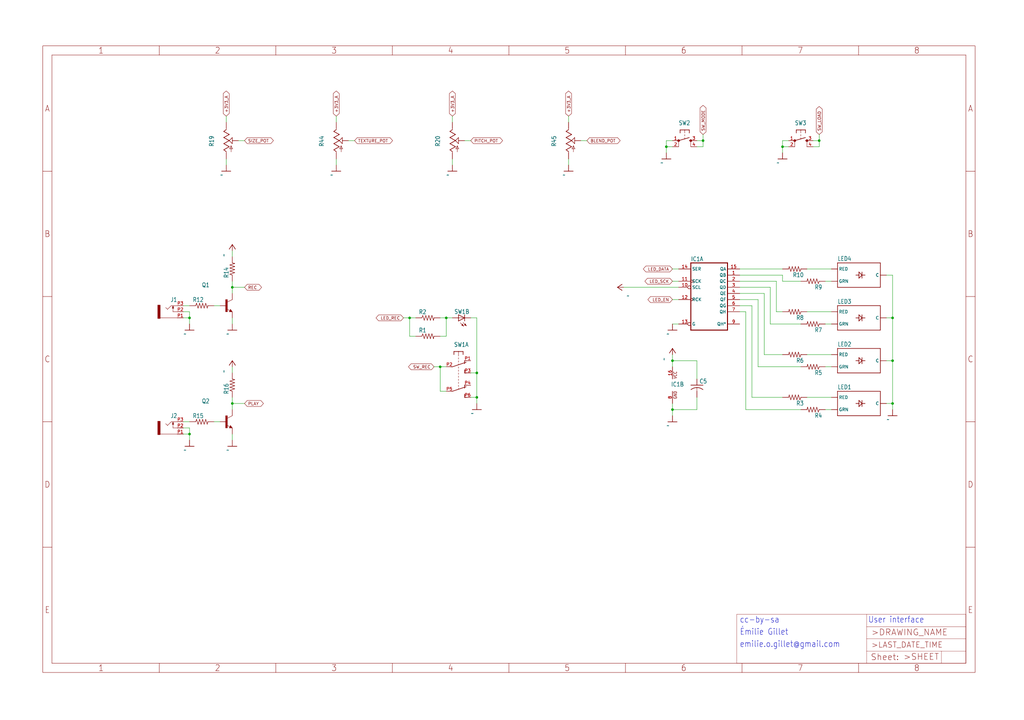
<source format=kicad_sch>
(kicad_sch (version 20211123) (generator eeschema)
  (paper "User" 425.45 299.161)
  (lib_symbols
    (symbol "clouds_v30-eagle-import:+3V3" (power)
      (property "Value" "+3V3" (at -2.54 -5.08 90))
      (symbol "+3V3_1_0"
        (polyline (pts (xy 0 0) (xy -1.27 -1.905)) (stroke (width 0.254)))
        (polyline (pts (xy 1.27 -1.905) (xy 0 0)) (stroke (width 0.254)))
        (pin power_in line (at 0 -2.54 90) (length 2.54) (name "+3V3") (number "1"))
      )
    )
    (symbol "clouds_v30-eagle-import:-NPN-SOT23-BEC"
      (property "Reference" "T" (at -10.16 7.62 0))
      (property "Value" "-NPN-SOT23-BEC" (at -10.16 5.08 0))
      (symbol "-NPN-SOT23-BEC_1_0"
        (rectangle (start -0.254 -2.54) (end 0.508 2.54) (fill (type outline)))
        (polyline (pts (xy 1.27 -2.54) (xy 1.778 -1.524)) (stroke (width 0.1524)))
        (polyline (pts (xy 1.524 -2.413) (xy 2.286 -2.413)) (stroke (width 0.254)))
        (polyline (pts (xy 1.524 -2.286) (xy 1.905 -2.286)) (stroke (width 0.254)))
        (polyline (pts (xy 1.54 -2.04) (xy 0.308 -1.424)) (stroke (width 0.1524)))
        (polyline (pts (xy 1.778 -1.778) (xy 1.524 -2.286)) (stroke (width 0.254)))
        (polyline (pts (xy 1.778 -1.524) (xy 2.54 -2.54)) (stroke (width 0.1524)))
        (polyline (pts (xy 1.905 -2.286) (xy 1.778 -2.032)) (stroke (width 0.254)))
        (polyline (pts (xy 2.286 -2.413) (xy 1.778 -1.778)) (stroke (width 0.254)))
        (polyline (pts (xy 2.54 -2.54) (xy 1.27 -2.54)) (stroke (width 0.1524)))
        (polyline (pts (xy 2.54 2.54) (xy 0.508 1.524)) (stroke (width 0.1524)))
        (pin passive line (at -2.54 0 0) (length 2.54) (name "B") (number "B"))
        (pin passive line (at 2.54 5.08 270) (length 2.54) (name "C") (number "C"))
        (pin passive line (at 2.54 -5.08 90) (length 2.54) (name "E") (number "E"))
      )
    )
    (symbol "clouds_v30-eagle-import:74595D"
      (property "Reference" "IC" (at -0.635 -0.635 0))
      (symbol "74595D_1_0"
        (polyline (pts (xy -7.62 -15.24) (xy 7.62 -15.24)) (stroke (width 0.4064)))
        (polyline (pts (xy -7.62 12.7) (xy -7.62 -15.24)) (stroke (width 0.4064)))
        (polyline (pts (xy 7.62 -15.24) (xy 7.62 12.7)) (stroke (width 0.4064)))
        (polyline (pts (xy 7.62 12.7) (xy -7.62 12.7)) (stroke (width 0.4064)))
        (pin tri_state line (at 12.7 7.62 180) (length 5.08) (name "QB") (number "1"))
        (pin input inverted (at -12.7 2.54 0) (length 5.08) (name "SCL") (number "10"))
        (pin input clock (at -12.7 5.08 0) (length 5.08) (name "SCK") (number "11"))
        (pin input clock (at -12.7 -2.54 0) (length 5.08) (name "RCK") (number "12"))
        (pin input inverted (at -12.7 -12.7 0) (length 5.08) (name "G") (number "13"))
        (pin input line (at -12.7 10.16 0) (length 5.08) (name "SER") (number "14"))
        (pin tri_state line (at 12.7 10.16 180) (length 5.08) (name "QA") (number "15"))
        (pin tri_state line (at 12.7 5.08 180) (length 5.08) (name "QC") (number "2"))
        (pin tri_state line (at 12.7 2.54 180) (length 5.08) (name "QD") (number "3"))
        (pin tri_state line (at 12.7 0 180) (length 5.08) (name "QE") (number "4"))
        (pin tri_state line (at 12.7 -2.54 180) (length 5.08) (name "QF") (number "5"))
        (pin tri_state line (at 12.7 -5.08 180) (length 5.08) (name "QG") (number "6"))
        (pin tri_state line (at 12.7 -7.62 180) (length 5.08) (name "QH") (number "7"))
        (pin tri_state line (at 12.7 -12.7 180) (length 5.08) (name "QH*") (number "9"))
      )
      (symbol "74595D_2_0"
        (text "GND" (at 1.905 -5.842 900) (effects (font (size 1.27 1.0795)) (justify left bottom)))
        (text "VCC" (at 1.905 2.54 900) (effects (font (size 1.27 1.0795)) (justify left bottom)))
        (pin power_in line (at 0 7.62 270) (length 5.08) (name "VCC") (number "16"))
        (pin power_in line (at 0 -7.62 90) (length 5.08) (name "GND") (number "8"))
      )
    )
    (symbol "clouds_v30-eagle-import:A3L-LOC"
      (symbol "A3L-LOC_1_0"
        (polyline (pts (xy 0 52.07) (xy 3.81 52.07)))
        (polyline (pts (xy 0 104.14) (xy 3.81 104.14)))
        (polyline (pts (xy 0 156.21) (xy 3.81 156.21)))
        (polyline (pts (xy 0 208.28) (xy 3.81 208.28)))
        (polyline (pts (xy 3.81 3.81) (xy 3.81 256.54)))
        (polyline (pts (xy 48.4188 0) (xy 48.4188 3.81)))
        (polyline (pts (xy 48.4188 256.54) (xy 48.4188 260.35)))
        (polyline (pts (xy 96.8375 0) (xy 96.8375 3.81)))
        (polyline (pts (xy 96.8375 256.54) (xy 96.8375 260.35)))
        (polyline (pts (xy 145.2563 0) (xy 145.2563 3.81)))
        (polyline (pts (xy 145.2563 256.54) (xy 145.2563 260.35)))
        (polyline (pts (xy 193.675 0) (xy 193.675 3.81)))
        (polyline (pts (xy 193.675 256.54) (xy 193.675 260.35)))
        (polyline (pts (xy 242.0938 0) (xy 242.0938 3.81)))
        (polyline (pts (xy 242.0938 256.54) (xy 242.0938 260.35)))
        (polyline (pts (xy 288.29 3.81) (xy 288.29 24.13)) (stroke (width 0.1016)))
        (polyline (pts (xy 288.29 3.81) (xy 342.265 3.81)) (stroke (width 0.1016)))
        (polyline (pts (xy 288.29 24.13) (xy 342.265 24.13)) (stroke (width 0.1016)))
        (polyline (pts (xy 290.5125 0) (xy 290.5125 3.81)))
        (polyline (pts (xy 290.5125 256.54) (xy 290.5125 260.35)))
        (polyline (pts (xy 338.9313 0) (xy 338.9313 3.81)))
        (polyline (pts (xy 338.9313 256.54) (xy 338.9313 260.35)))
        (polyline (pts (xy 342.265 3.81) (xy 373.38 3.81)) (stroke (width 0.1016)))
        (polyline (pts (xy 342.265 8.89) (xy 342.265 3.81)) (stroke (width 0.1016)))
        (polyline (pts (xy 342.265 8.89) (xy 342.265 13.97)) (stroke (width 0.1016)))
        (polyline (pts (xy 342.265 13.97) (xy 342.265 19.05)) (stroke (width 0.1016)))
        (polyline (pts (xy 342.265 13.97) (xy 383.54 13.97)) (stroke (width 0.1016)))
        (polyline (pts (xy 342.265 19.05) (xy 342.265 24.13)) (stroke (width 0.1016)))
        (polyline (pts (xy 342.265 19.05) (xy 383.54 19.05)) (stroke (width 0.1016)))
        (polyline (pts (xy 342.265 24.13) (xy 383.54 24.13)) (stroke (width 0.1016)))
        (polyline (pts (xy 373.38 3.81) (xy 373.38 8.89)) (stroke (width 0.1016)))
        (polyline (pts (xy 373.38 3.81) (xy 383.54 3.81)) (stroke (width 0.1016)))
        (polyline (pts (xy 373.38 8.89) (xy 342.265 8.89)) (stroke (width 0.1016)))
        (polyline (pts (xy 373.38 8.89) (xy 383.54 8.89)) (stroke (width 0.1016)))
        (polyline (pts (xy 383.54 3.81) (xy 3.81 3.81)))
        (polyline (pts (xy 383.54 3.81) (xy 383.54 8.89)) (stroke (width 0.1016)))
        (polyline (pts (xy 383.54 3.81) (xy 383.54 256.54)))
        (polyline (pts (xy 383.54 8.89) (xy 383.54 13.97)) (stroke (width 0.1016)))
        (polyline (pts (xy 383.54 13.97) (xy 383.54 19.05)) (stroke (width 0.1016)))
        (polyline (pts (xy 383.54 19.05) (xy 383.54 24.13)) (stroke (width 0.1016)))
        (polyline (pts (xy 383.54 52.07) (xy 387.35 52.07)))
        (polyline (pts (xy 383.54 104.14) (xy 387.35 104.14)))
        (polyline (pts (xy 383.54 156.21) (xy 387.35 156.21)))
        (polyline (pts (xy 383.54 208.28) (xy 387.35 208.28)))
        (polyline (pts (xy 383.54 256.54) (xy 3.81 256.54)))
        (polyline (pts (xy 0 0) (xy 387.35 0) (xy 387.35 260.35) (xy 0 260.35) (xy 0 0)))
        (text "1" (at 24.2094 1.905 0) (effects (font (size 2.54 2.286))))
        (text "1" (at 24.2094 258.445 0) (effects (font (size 2.54 2.286))))
        (text "2" (at 72.6281 1.905 0) (effects (font (size 2.54 2.286))))
        (text "2" (at 72.6281 258.445 0) (effects (font (size 2.54 2.286))))
        (text "3" (at 121.0469 1.905 0) (effects (font (size 2.54 2.286))))
        (text "3" (at 121.0469 258.445 0) (effects (font (size 2.54 2.286))))
        (text "4" (at 169.4656 1.905 0) (effects (font (size 2.54 2.286))))
        (text "4" (at 169.4656 258.445 0) (effects (font (size 2.54 2.286))))
        (text "5" (at 217.8844 1.905 0) (effects (font (size 2.54 2.286))))
        (text "5" (at 217.8844 258.445 0) (effects (font (size 2.54 2.286))))
        (text "6" (at 266.3031 1.905 0) (effects (font (size 2.54 2.286))))
        (text "6" (at 266.3031 258.445 0) (effects (font (size 2.54 2.286))))
        (text "7" (at 314.7219 1.905 0) (effects (font (size 2.54 2.286))))
        (text "7" (at 314.7219 258.445 0) (effects (font (size 2.54 2.286))))
        (text "8" (at 363.1406 1.905 0) (effects (font (size 2.54 2.286))))
        (text "8" (at 363.1406 258.445 0) (effects (font (size 2.54 2.286))))
        (text ">DRAWING_NAME" (at 344.17 15.24 0) (effects (font (size 2.54 2.54)) (justify left bottom)))
        (text ">LAST_DATE_TIME" (at 344.17 10.16 0) (effects (font (size 2.286 2.286)) (justify left bottom)))
        (text ">SHEET" (at 357.505 5.08 0) (effects (font (size 2.54 2.54)) (justify left bottom)))
        (text "A" (at 1.905 234.315 0) (effects (font (size 2.54 2.286))))
        (text "A" (at 385.445 234.315 0) (effects (font (size 2.54 2.286))))
        (text "B" (at 1.905 182.245 0) (effects (font (size 2.54 2.286))))
        (text "B" (at 385.445 182.245 0) (effects (font (size 2.54 2.286))))
        (text "C" (at 1.905 130.175 0) (effects (font (size 2.54 2.286))))
        (text "C" (at 385.445 130.175 0) (effects (font (size 2.54 2.286))))
        (text "D" (at 1.905 78.105 0) (effects (font (size 2.54 2.286))))
        (text "D" (at 385.445 78.105 0) (effects (font (size 2.54 2.286))))
        (text "E" (at 1.905 26.035 0) (effects (font (size 2.54 2.286))))
        (text "E" (at 385.445 26.035 0) (effects (font (size 2.54 2.286))))
        (text "Sheet:" (at 343.916 4.953 0) (effects (font (size 2.54 2.54)) (justify left bottom)))
      )
    )
    (symbol "clouds_v30-eagle-import:C-USC0603"
      (property "Reference" "C" (at 1.016 0.635 0))
      (property "Value" "C-USC0603" (at 1.016 -4.191 0))
      (symbol "C-USC0603_1_0"
        (arc (start 0 -1.0161) (mid -1.302 -1.2303) (end -2.4668 -1.8504) (stroke (width 0.254)))
        (polyline (pts (xy -2.54 0) (xy 2.54 0)) (stroke (width 0.254)))
        (polyline (pts (xy 0 -1.016) (xy 0 -2.54)) (stroke (width 0.1524)))
        (arc (start 2.4892 -1.8542) (mid 1.3158 -1.2195) (end 0 -1) (stroke (width 0.254)))
        (pin passive line (at 0 2.54 270) (length 2.54) (name "1") (number "1"))
        (pin passive line (at 0 -5.08 90) (length 2.54) (name "2") (number "2"))
      )
    )
    (symbol "clouds_v30-eagle-import:GND" (power)
      (property "Value" "GND" (at -2.54 -2.54 0))
      (symbol "GND_1_0"
        (polyline (pts (xy -1.905 0) (xy 1.905 0)) (stroke (width 0.254)))
        (pin power_in line (at 0 2.54 270) (length 2.54) (name "GND") (number "1"))
      )
    )
    (symbol "clouds_v30-eagle-import:LED-BICOLOR-THROUGHHOLE5MM"
      (property "Reference" "LED" (at -7.62 5.842 0))
      (property "Value" "LED-BICOLOR-THROUGHHOLE5MM" (at -7.62 -7.62 0))
      (symbol "LED-BICOLOR-THROUGHHOLE5MM_1_0"
        (polyline (pts (xy -7.62 -5.08) (xy -7.62 5.08)) (stroke (width 0.254)))
        (polyline (pts (xy -7.62 5.08) (xy 10.16 5.08)) (stroke (width 0.254)))
        (polyline (pts (xy 1.27 -1.27) (xy 2.54 0)) (stroke (width 0.254)))
        (polyline (pts (xy 1.27 0) (xy 0 0)) (stroke (width 0.254)))
        (polyline (pts (xy 1.27 0) (xy 1.27 -1.27)) (stroke (width 0.254)))
        (polyline (pts (xy 1.27 1.27) (xy 1.27 0)) (stroke (width 0.254)))
        (polyline (pts (xy 2.54 0) (xy 1.27 1.27)) (stroke (width 0.254)))
        (polyline (pts (xy 2.54 0) (xy 2.54 -1.27)) (stroke (width 0.254)))
        (polyline (pts (xy 2.54 0) (xy 3.81 0)) (stroke (width 0.254)))
        (polyline (pts (xy 2.54 1.27) (xy 2.54 0)) (stroke (width 0.254)))
        (polyline (pts (xy 10.16 -5.08) (xy -7.62 -5.08)) (stroke (width 0.254)))
        (polyline (pts (xy 10.16 5.08) (xy 10.16 -5.08)) (stroke (width 0.254)))
        (pin bidirectional line (at -10.16 2.54 0) (length 2.54) (name "RED") (number "1"))
        (pin bidirectional line (at 12.7 0 180) (length 2.54) (name "C") (number "2"))
        (pin bidirectional line (at -10.16 -2.54 0) (length 2.54) (name "GRN") (number "3"))
      )
    )
    (symbol "clouds_v30-eagle-import:LP4OA1PBCT"
      (property "Reference" "SW" (at 3.556 -2.032 90))
      (property "Value" "LP4OA1PBCT" (at 5.715 -2.032 90))
      (symbol "LP4OA1PBCT_1_0"
        (polyline (pts (xy -6.35 -1.905) (xy -5.08 -1.905)) (stroke (width 0.254)))
        (polyline (pts (xy -6.35 0) (xy -6.35 -1.905)) (stroke (width 0.254)))
        (polyline (pts (xy -6.35 0) (xy -4.445 0)) (stroke (width 0.1524)))
        (polyline (pts (xy -6.35 1.905) (xy -6.35 0)) (stroke (width 0.254)))
        (polyline (pts (xy -6.35 1.905) (xy -5.08 1.905)) (stroke (width 0.254)))
        (polyline (pts (xy -3.175 0) (xy -3.81 0)) (stroke (width 0.1524)))
        (polyline (pts (xy -2.54 2.54) (xy -2.54 3.175)) (stroke (width 0.254)))
        (polyline (pts (xy -2.54 2.54) (xy -1.27 2.54)) (stroke (width 0.254)))
        (polyline (pts (xy -1.905 0) (xy -2.54 0)) (stroke (width 0.1524)))
        (polyline (pts (xy -0.889 0) (xy -1.27 0)) (stroke (width 0.1524)))
        (polyline (pts (xy 0 -3.175) (xy 0 -2.54)) (stroke (width 0.254)))
        (polyline (pts (xy 0 -2.54) (xy -1.905 3.175)) (stroke (width 0.254)))
        (polyline (pts (xy 0.635 0) (xy 0 0)) (stroke (width 0.1524)))
        (polyline (pts (xy 1.27 2.54) (xy 2.54 2.54)) (stroke (width 0.254)))
        (polyline (pts (xy 1.905 0) (xy 1.27 0)) (stroke (width 0.1524)))
        (polyline (pts (xy 2.54 2.54) (xy 2.54 3.175)) (stroke (width 0.254)))
        (polyline (pts (xy 3.175 0) (xy 2.54 0)) (stroke (width 0.1524)))
        (polyline (pts (xy 4.445 0) (xy 3.81 0)) (stroke (width 0.1524)))
        (polyline (pts (xy 5.715 0) (xy 5.08 0)) (stroke (width 0.1524)))
        (polyline (pts (xy 6.985 0) (xy 6.35 0)) (stroke (width 0.1524)))
        (polyline (pts (xy 7.62 2.54) (xy 7.62 3.175)) (stroke (width 0.254)))
        (polyline (pts (xy 7.62 2.54) (xy 8.89 2.54)) (stroke (width 0.254)))
        (polyline (pts (xy 8.255 0) (xy 7.62 0)) (stroke (width 0.1524)))
        (polyline (pts (xy 9.271 0) (xy 8.89 0)) (stroke (width 0.1524)))
        (polyline (pts (xy 10.16 -3.175) (xy 10.16 -2.54)) (stroke (width 0.254)))
        (polyline (pts (xy 10.16 -2.54) (xy 8.255 3.175)) (stroke (width 0.254)))
        (polyline (pts (xy 11.43 2.54) (xy 12.7 2.54)) (stroke (width 0.254)))
        (polyline (pts (xy 12.7 2.54) (xy 12.7 3.175)) (stroke (width 0.254)))
        (pin passive line (at -2.54 5.08 270) (length 2.54) (name "A1") (number "P1"))
        (pin passive line (at 0 -5.08 90) (length 2.54) (name "A2") (number "P2"))
        (pin passive line (at 2.54 5.08 270) (length 2.54) (name "A3") (number "P3"))
        (pin passive line (at 7.62 5.08 270) (length 2.54) (name "B1") (number "P4"))
        (pin passive line (at 10.16 -5.08 90) (length 2.54) (name "B2") (number "P5"))
        (pin passive line (at 12.7 5.08 270) (length 2.54) (name "B3") (number "P6"))
      )
      (symbol "LP4OA1PBCT_2_0"
        (polyline (pts (xy -2.032 1.778) (xy -3.429 0.381)) (stroke (width 0.1524)))
        (polyline (pts (xy -1.905 0.635) (xy -3.302 -0.762)) (stroke (width 0.1524)))
        (polyline (pts (xy 0 0) (xy -1.27 0)) (stroke (width 0.254)))
        (polyline (pts (xy 0 0) (xy -1.27 2.54)) (stroke (width 0.254)))
        (polyline (pts (xy 0 2.54) (xy -1.27 2.54)) (stroke (width 0.254)))
        (polyline (pts (xy 0 2.54) (xy 0 0)) (stroke (width 0.1524)))
        (polyline (pts (xy 1.27 0) (xy 0 0)) (stroke (width 0.254)))
        (polyline (pts (xy 1.27 2.54) (xy 0 0)) (stroke (width 0.254)))
        (polyline (pts (xy 1.27 2.54) (xy 0 2.54)) (stroke (width 0.254)))
        (polyline (pts (xy -3.429 0.381) (xy -3.048 1.27) (xy -2.54 0.762)) (fill (type outline)))
        (polyline (pts (xy -3.302 -0.762) (xy -2.921 0.127) (xy -2.413 -0.381)) (fill (type outline)))
        (pin passive line (at 0 5.08 270) (length 2.54) (name "L1") (number "L1"))
        (pin passive line (at 0 -2.54 90) (length 2.54) (name "L2") (number "L2"))
      )
    )
    (symbol "clouds_v30-eagle-import:PJ301_THONKICONN6"
      (property "Reference" "J" (at -2.54 4.064 0))
      (symbol "PJ301_THONKICONN6_1_0"
        (polyline (pts (xy -2.54 -2.54) (xy 4.572 -2.54)) (stroke (width 0.1524)))
        (polyline (pts (xy -2.54 0) (xy -0.762 0)) (stroke (width 0.1524)))
        (polyline (pts (xy -2.54 2.54) (xy 0 2.54)) (stroke (width 0.1524)))
        (polyline (pts (xy -1.016 1.524) (xy -0.508 1.524)) (stroke (width 0.254)))
        (polyline (pts (xy -0.762 0) (xy -0.762 2.286)) (stroke (width 0.1524)))
        (polyline (pts (xy -0.762 2.286) (xy -1.016 1.524)) (stroke (width 0.254)))
        (polyline (pts (xy -0.508 1.524) (xy -0.762 2.286)) (stroke (width 0.254)))
        (polyline (pts (xy 0 2.54) (xy 1.524 1.016)) (stroke (width 0.1524)))
        (polyline (pts (xy 1.524 1.016) (xy 2.286 1.778)) (stroke (width 0.1524)))
        (rectangle (start 4.572 2.794) (end 5.588 -2.794) (fill (type outline)))
        (pin passive line (at -5.08 -2.54 0) (length 2.54) (name "1") (number "P1"))
        (pin passive line (at -5.08 0 0) (length 2.54) (name "2") (number "P2"))
        (pin passive line (at -5.08 2.54 0) (length 2.54) (name "3") (number "P3"))
      )
    )
    (symbol "clouds_v30-eagle-import:POT_USVERTICAL_PS"
      (property "Reference" "R" (at -5.08 -2.54 90))
      (property "Value" "POT_USVERTICAL_PS" (at -2.54 -2.54 90))
      (symbol "POT_USVERTICAL_PS_1_0"
        (polyline (pts (xy -1.016 -3.81) (xy 1.27 -2.54)) (stroke (width 0.254)))
        (polyline (pts (xy -1.016 -1.27) (xy 1.27 0)) (stroke (width 0.254)))
        (polyline (pts (xy -1.016 1.27) (xy 1.27 2.54)) (stroke (width 0.254)))
        (polyline (pts (xy -1.016 3.81) (xy 0 4.572)) (stroke (width 0.254)))
        (polyline (pts (xy 0 -5.08) (xy 0 -4.572)) (stroke (width 0.1524)))
        (polyline (pts (xy 0 -4.572) (xy -1.016 -3.81)) (stroke (width 0.254)))
        (polyline (pts (xy 0 4.572) (xy 0 5.08)) (stroke (width 0.1524)))
        (polyline (pts (xy 1.27 -2.54) (xy -1.016 -1.27)) (stroke (width 0.254)))
        (polyline (pts (xy 1.27 0) (xy -1.016 1.27)) (stroke (width 0.254)))
        (polyline (pts (xy 1.27 0) (xy 2.54 1.27)) (stroke (width 0.2032)))
        (polyline (pts (xy 1.27 2.54) (xy -1.016 3.81)) (stroke (width 0.254)))
        (polyline (pts (xy 1.397 -3.429) (xy 2.032 -2.159)) (stroke (width 0.1524)))
        (polyline (pts (xy 2.032 -4.699) (xy 2.032 -2.159)) (stroke (width 0.1524)))
        (polyline (pts (xy 2.032 -2.159) (xy 2.667 -3.429)) (stroke (width 0.1524)))
        (polyline (pts (xy 2.54 -1.27) (xy 1.27 0)) (stroke (width 0.2032)))
        (polyline (pts (xy 2.54 1.27) (xy 2.54 -1.27)) (stroke (width 0.2032)))
        (polyline (pts (xy 2.667 -3.429) (xy 1.397 -3.429)) (stroke (width 0.1524)))
        (pin passive line (at 0 7.62 270) (length 2.54) (name "E") (number "P$1"))
        (pin passive line (at 5.08 0 180) (length 2.54) (name "S") (number "P$2"))
        (pin passive line (at 0 -7.62 90) (length 2.54) (name "A") (number "P$3"))
      )
    )
    (symbol "clouds_v30-eagle-import:R-US_R0603"
      (property "Reference" "R" (at -3.81 1.4986 0))
      (property "Value" "R-US_R0603" (at -3.81 -3.302 0))
      (symbol "R-US_R0603_1_0"
        (polyline (pts (xy -2.54 0) (xy -2.159 1.016)) (stroke (width 0.2032)))
        (polyline (pts (xy -2.159 1.016) (xy -1.524 -1.016)) (stroke (width 0.2032)))
        (polyline (pts (xy -1.524 -1.016) (xy -0.889 1.016)) (stroke (width 0.2032)))
        (polyline (pts (xy -0.889 1.016) (xy -0.254 -1.016)) (stroke (width 0.2032)))
        (polyline (pts (xy -0.254 -1.016) (xy 0.381 1.016)) (stroke (width 0.2032)))
        (polyline (pts (xy 0.381 1.016) (xy 1.016 -1.016)) (stroke (width 0.2032)))
        (polyline (pts (xy 1.016 -1.016) (xy 1.651 1.016)) (stroke (width 0.2032)))
        (polyline (pts (xy 1.651 1.016) (xy 2.286 -1.016)) (stroke (width 0.2032)))
        (polyline (pts (xy 2.286 -1.016) (xy 2.54 0)) (stroke (width 0.2032)))
        (pin passive line (at -5.08 0 0) (length 2.54) (name "1") (number "1"))
        (pin passive line (at 5.08 0 180) (length 2.54) (name "2") (number "2"))
      )
    )
    (symbol "clouds_v30-eagle-import:TAC_SWITCHPTH"
      (property "Reference" "S" (at -2.54 6.35 0))
      (property "Value" "TAC_SWITCHPTH" (at -2.54 -6.35 0))
      (symbol "TAC_SWITCHPTH_1_0"
        (circle (center -2.54 0) (radius 0.127) (stroke (width 0.4064)))
        (polyline (pts (xy -2.54 -2.54) (xy -2.54 0)) (stroke (width 0.1524)))
        (polyline (pts (xy -2.54 0) (xy 1.905 1.27)) (stroke (width 0.254)))
        (polyline (pts (xy -1.905 4.445) (xy -1.905 3.175)) (stroke (width 0.254)))
        (polyline (pts (xy 0 1.27) (xy 0 0.635)) (stroke (width 0.1524)))
        (polyline (pts (xy 0 2.54) (xy 0 1.905)) (stroke (width 0.1524)))
        (polyline (pts (xy 0 4.445) (xy -1.905 4.445)) (stroke (width 0.254)))
        (polyline (pts (xy 0 4.445) (xy 0 3.175)) (stroke (width 0.1524)))
        (polyline (pts (xy 1.905 0) (xy 2.54 0)) (stroke (width 0.254)))
        (polyline (pts (xy 1.905 4.445) (xy 0 4.445)) (stroke (width 0.254)))
        (polyline (pts (xy 1.905 4.445) (xy 1.905 3.175)) (stroke (width 0.254)))
        (polyline (pts (xy 2.54 -2.54) (xy 2.54 0)) (stroke (width 0.1524)))
        (circle (center 2.54 0) (radius 0.127) (stroke (width 0.4064)))
        (pin passive line (at -5.08 0 0) (length 2.54) (name "1") (number "1"))
        (pin passive line (at -5.08 -2.54 0) (length 2.54) (name "2") (number "2"))
        (pin passive line (at 5.08 0 180) (length 2.54) (name "3") (number "3"))
        (pin passive line (at 5.08 -2.54 180) (length 2.54) (name "4") (number "4"))
      )
    )
  )
  (junction (at 370.84 132.08))
  (junction (at 96.52 167.64))
  (junction (at 325.12 60.96))
  (junction (at 370.84 167.64))
  (junction (at 96.52 119.38))
  (junction (at 182.88 152.4))
  (junction (at 78.74 132.08))
  (junction (at 276.86 60.96))
  (junction (at 279.4 149.86))
  (junction (at 340.36 58.42))
  (junction (at 279.4 170.18))
  (junction (at 170.18 132.08))
  (junction (at 198.12 154.94))
  (junction (at 185.42 132.08))
  (junction (at 370.84 149.86))
  (junction (at 78.74 180.34))
  (junction (at 292.1 58.42))
  (junction (at 198.12 165.1))
  (wire (pts (xy 185.42 162.56) (xy 182.88 162.56)))
  (wire (pts (xy 76.2 180.34) (xy 78.74 180.34)))
  (wire (pts (xy 289.56 58.42) (xy 292.1 58.42)))
  (wire (pts (xy 76.2 129.54) (xy 78.74 129.54)))
  (wire (pts (xy 187.96 50.8) (xy 187.96 48.26)))
  (wire (pts (xy 76.2 132.08) (xy 78.74 132.08)))
  (wire (pts (xy 289.56 149.86) (xy 289.56 157.48)))
  (wire (pts (xy 96.52 132.08) (xy 96.52 134.62)))
  (wire (pts (xy 182.88 132.08) (xy 185.42 132.08)))
  (wire (pts (xy 322.58 129.54) (xy 325.12 129.54)))
  (wire (pts (xy 307.34 114.3) (xy 325.12 114.3)))
  (wire (pts (xy 185.42 132.08) (xy 187.96 132.08)))
  (wire (pts (xy 182.88 139.7) (xy 185.42 139.7)))
  (wire (pts (xy 78.74 132.08) (xy 78.74 134.62)))
  (wire (pts (xy 335.28 165.1) (xy 345.44 165.1)))
  (wire (pts (xy 195.58 154.94) (xy 198.12 154.94)))
  (wire (pts (xy 342.9 152.4) (xy 345.44 152.4)))
  (wire (pts (xy 76.2 175.26) (xy 78.74 175.26)))
  (wire (pts (xy 309.88 129.54) (xy 309.88 170.18)))
  (wire (pts (xy 307.34 119.38) (xy 320.04 119.38)))
  (wire (pts (xy 307.34 116.84) (xy 322.58 116.84)))
  (wire (pts (xy 279.4 167.64) (xy 279.4 170.18)))
  (wire (pts (xy 76.2 177.8) (xy 78.74 177.8)))
  (wire (pts (xy 172.72 132.08) (xy 170.18 132.08)))
  (wire (pts (xy 195.58 132.08) (xy 198.12 132.08)))
  (wire (pts (xy 307.34 111.76) (xy 325.12 111.76)))
  (wire (pts (xy 170.18 139.7) (xy 172.72 139.7)))
  (wire (pts (xy 320.04 134.62) (xy 332.74 134.62)))
  (wire (pts (xy 370.84 114.3) (xy 370.84 132.08)))
  (wire (pts (xy 96.52 167.64) (xy 101.6 167.64)))
  (wire (pts (xy 76.2 127) (xy 78.74 127)))
  (wire (pts (xy 170.18 132.08) (xy 170.18 139.7)))
  (wire (pts (xy 325.12 58.42) (xy 325.12 60.96)))
  (wire (pts (xy 93.98 66.04) (xy 93.98 68.58)))
  (wire (pts (xy 195.58 165.1) (xy 198.12 165.1)))
  (wire (pts (xy 78.74 177.8) (xy 78.74 180.34)))
  (wire (pts (xy 144.78 58.42) (xy 147.32 58.42)))
  (wire (pts (xy 279.4 58.42) (xy 276.86 58.42)))
  (wire (pts (xy 236.22 50.8) (xy 236.22 48.26)))
  (wire (pts (xy 325.12 116.84) (xy 332.74 116.84)))
  (wire (pts (xy 198.12 154.94) (xy 198.12 165.1)))
  (wire (pts (xy 317.5 121.92) (xy 317.5 147.32)))
  (wire (pts (xy 309.88 170.18) (xy 332.74 170.18)))
  (wire (pts (xy 320.04 119.38) (xy 320.04 134.62)))
  (wire (pts (xy 335.28 147.32) (xy 345.44 147.32)))
  (wire (pts (xy 88.9 175.26) (xy 91.44 175.26)))
  (wire (pts (xy 185.42 139.7) (xy 185.42 132.08)))
  (wire (pts (xy 281.94 119.38) (xy 259.08 119.38)))
  (wire (pts (xy 307.34 124.46) (xy 314.96 124.46)))
  (wire (pts (xy 279.4 152.4) (xy 279.4 149.86)))
  (wire (pts (xy 236.22 66.04) (xy 236.22 68.58)))
  (wire (pts (xy 312.42 127) (xy 312.42 165.1)))
  (wire (pts (xy 314.96 152.4) (xy 332.74 152.4)))
  (wire (pts (xy 96.52 119.38) (xy 96.52 116.84)))
  (wire (pts (xy 289.56 149.86) (xy 279.4 149.86)))
  (wire (pts (xy 368.3 149.86) (xy 370.84 149.86)))
  (wire (pts (xy 170.18 132.08) (xy 167.64 132.08)))
  (wire (pts (xy 241.3 58.42) (xy 243.84 58.42)))
  (wire (pts (xy 279.4 149.86) (xy 279.4 147.32)))
  (wire (pts (xy 139.7 66.04) (xy 139.7 68.58)))
  (wire (pts (xy 96.52 170.18) (xy 96.52 167.64)))
  (wire (pts (xy 370.84 167.64) (xy 370.84 170.18)))
  (wire (pts (xy 281.94 134.62) (xy 279.4 134.62)))
  (wire (pts (xy 322.58 116.84) (xy 322.58 129.54)))
  (wire (pts (xy 317.5 147.32) (xy 325.12 147.32)))
  (wire (pts (xy 185.42 152.4) (xy 182.88 152.4)))
  (wire (pts (xy 314.96 124.46) (xy 314.96 152.4)))
  (wire (pts (xy 182.88 162.56) (xy 182.88 152.4)))
  (wire (pts (xy 289.56 170.18) (xy 279.4 170.18)))
  (wire (pts (xy 325.12 60.96) (xy 327.66 60.96)))
  (wire (pts (xy 96.52 180.34) (xy 96.52 182.88)))
  (wire (pts (xy 292.1 58.42) (xy 292.1 55.88)))
  (wire (pts (xy 279.4 170.18) (xy 279.4 172.72)))
  (wire (pts (xy 289.56 60.96) (xy 292.1 60.96)))
  (wire (pts (xy 99.06 58.42) (xy 101.6 58.42)))
  (wire (pts (xy 370.84 132.08) (xy 370.84 149.86)))
  (wire (pts (xy 139.7 50.8) (xy 139.7 48.26)))
  (wire (pts (xy 279.4 111.76) (xy 281.94 111.76)))
  (wire (pts (xy 276.86 60.96) (xy 276.86 63.5)))
  (wire (pts (xy 337.82 58.42) (xy 340.36 58.42)))
  (wire (pts (xy 292.1 60.96) (xy 292.1 58.42)))
  (wire (pts (xy 312.42 165.1) (xy 325.12 165.1)))
  (wire (pts (xy 93.98 50.8) (xy 93.98 48.26)))
  (wire (pts (xy 187.96 66.04) (xy 187.96 68.58)))
  (wire (pts (xy 368.3 114.3) (xy 370.84 114.3)))
  (wire (pts (xy 342.9 116.84) (xy 345.44 116.84)))
  (wire (pts (xy 342.9 170.18) (xy 345.44 170.18)))
  (wire (pts (xy 289.56 165.1) (xy 289.56 170.18)))
  (wire (pts (xy 340.36 58.42) (xy 340.36 55.88)))
  (wire (pts (xy 88.9 127) (xy 91.44 127)))
  (wire (pts (xy 307.34 127) (xy 312.42 127)))
  (wire (pts (xy 337.82 60.96) (xy 340.36 60.96)))
  (wire (pts (xy 335.28 111.76) (xy 345.44 111.76)))
  (wire (pts (xy 96.52 106.68) (xy 96.52 104.14)))
  (wire (pts (xy 276.86 58.42) (xy 276.86 60.96)))
  (wire (pts (xy 307.34 129.54) (xy 309.88 129.54)))
  (wire (pts (xy 193.04 58.42) (xy 195.58 58.42)))
  (wire (pts (xy 368.3 167.64) (xy 370.84 167.64)))
  (wire (pts (xy 327.66 58.42) (xy 325.12 58.42)))
  (wire (pts (xy 78.74 180.34) (xy 78.74 182.88)))
  (wire (pts (xy 96.52 121.92) (xy 96.52 119.38)))
  (wire (pts (xy 279.4 124.46) (xy 281.94 124.46)))
  (wire (pts (xy 78.74 129.54) (xy 78.74 132.08)))
  (wire (pts (xy 182.88 152.4) (xy 180.34 152.4)))
  (wire (pts (xy 96.52 152.4) (xy 96.52 154.94)))
  (wire (pts (xy 198.12 165.1) (xy 198.12 167.64)))
  (wire (pts (xy 342.9 134.62) (xy 345.44 134.62)))
  (wire (pts (xy 340.36 60.96) (xy 340.36 58.42)))
  (wire (pts (xy 96.52 119.38) (xy 101.6 119.38)))
  (wire (pts (xy 96.52 167.64) (xy 96.52 165.1)))
  (wire (pts (xy 198.12 132.08) (xy 198.12 154.94)))
  (wire (pts (xy 279.4 60.96) (xy 276.86 60.96)))
  (wire (pts (xy 370.84 149.86) (xy 370.84 167.64)))
  (wire (pts (xy 325.12 60.96) (xy 325.12 63.5)))
  (wire (pts (xy 307.34 121.92) (xy 317.5 121.92)))
  (wire (pts (xy 368.3 132.08) (xy 370.84 132.08)))
  (wire (pts (xy 325.12 114.3) (xy 325.12 116.84)))
  (wire (pts (xy 335.28 129.54) (xy 345.44 129.54)))
  (wire (pts (xy 279.4 116.84) (xy 281.94 116.84)))
  (text "User interface" (at 360.68 259.08 180) (effects (font (size 2.54 2.159)) (justify left bottom)))
  (text "emilie.o.gillet@gmail.com" (at 307.34 269.24 180) (effects (font (size 2.54 2.159)) (justify left bottom)))
  (text "Émilie Gillet" (at 307.34 264.16 180) (effects (font (size 2.54 2.159)) (justify left bottom)))
  (text "cc-by-sa" (at 307.34 259.08 180) (effects (font (size 2.54 2.159)) (justify left bottom)))
  (global_label "SW_MODE" (shape bidirectional) (at 292.1 55.88 90) (effects (font (size 1.2446 1.2446))) (property "Intersheet References" "${INTERSHEET_REFS}" (effects hide)))
  (global_label "BLEND_POT" (shape bidirectional) (at 243.84 58.42 0) (effects (font (size 1.2446 1.2446))) (property "Intersheet References" "${INTERSHEET_REFS}" (effects hide)))
  (global_label "SIZE_POT" (shape bidirectional) (at 101.6 58.42 0) (effects (font (size 1.2446 1.2446))) (property "Intersheet References" "${INTERSHEET_REFS}" (effects hide)))
  (global_label "LED_DATA" (shape bidirectional) (at 279.4 111.76 180) (effects (font (size 1.2446 1.2446))) (property "Intersheet References" "${INTERSHEET_REFS}" (effects hide)))
  (global_label "PLAY" (shape bidirectional) (at 101.6 167.64 0) (effects (font (size 1.2446 1.2446))) (property "Intersheet References" "${INTERSHEET_REFS}" (effects hide)))
  (global_label "+3V3_A" (shape bidirectional) (at 187.96 48.26 90) (effects (font (size 1.2446 1.2446))) (property "Intersheet References" "${INTERSHEET_REFS}" (effects hide)))
  (global_label "+3V3_A" (shape bidirectional) (at 139.7 48.26 90) (effects (font (size 1.2446 1.2446))) (property "Intersheet References" "${INTERSHEET_REFS}" (effects hide)))
  (global_label "+3V3_A" (shape bidirectional) (at 236.22 48.26 90) (effects (font (size 1.2446 1.2446))) (property "Intersheet References" "${INTERSHEET_REFS}" (effects hide)))
  (global_label "PITCH_POT" (shape bidirectional) (at 195.58 58.42 0) (effects (font (size 1.2446 1.2446))) (property "Intersheet References" "${INTERSHEET_REFS}" (effects hide)))
  (global_label "SW_REC" (shape bidirectional) (at 180.34 152.4 180) (effects (font (size 1.2446 1.2446))) (property "Intersheet References" "${INTERSHEET_REFS}" (effects hide)))
  (global_label "LED_SCK" (shape bidirectional) (at 279.4 116.84 180) (effects (font (size 1.2446 1.2446))) (property "Intersheet References" "${INTERSHEET_REFS}" (effects hide)))
  (global_label "+3V3_A" (shape bidirectional) (at 93.98 48.26 90) (effects (font (size 1.2446 1.2446))) (property "Intersheet References" "${INTERSHEET_REFS}" (effects hide)))
  (global_label "TEXTURE_POT" (shape bidirectional) (at 147.32 58.42 0) (effects (font (size 1.2446 1.2446))) (property "Intersheet References" "${INTERSHEET_REFS}" (effects hide)))
  (global_label "SW_LOAD" (shape bidirectional) (at 340.36 55.88 90) (effects (font (size 1.2446 1.2446))) (property "Intersheet References" "${INTERSHEET_REFS}" (effects hide)))
  (global_label "LED_EN" (shape bidirectional) (at 279.4 124.46 180) (effects (font (size 1.2446 1.2446))) (property "Intersheet References" "${INTERSHEET_REFS}" (effects hide)))
  (global_label "LED_REC" (shape bidirectional) (at 167.64 132.08 180) (effects (font (size 1.2446 1.2446))) (property "Intersheet References" "${INTERSHEET_REFS}" (effects hide)))
  (global_label "REC" (shape bidirectional) (at 101.6 119.38 0) (effects (font (size 1.2446 1.2446))) (property "Intersheet References" "${INTERSHEET_REFS}" (effects hide)))
  (symbol (lib_id "clouds_v30-eagle-import:R-US_R0603") (at 96.52 160.02 90) (unit 1)
    (property "Reference" "R16" (at 95.0214 163.83 0) (effects (font (size 1.778 1.5113)) (justify left bottom)))
  )
  (symbol (lib_id "clouds_v30-eagle-import:LP4OA1PBCT") (at 193.04 132.08 90) (unit 2)
    (property "Reference" "SW1" (at 195.072 128.524 90) (effects (font (size 1.778 1.5113)) (justify left bottom)))
  )
  (symbol (lib_id "clouds_v30-eagle-import:R-US_R0603") (at 330.2 111.76 180) (unit 1)
    (property "Reference" "R10" (at 334.01 113.2586 0) (effects (font (size 1.778 1.5113)) (justify left bottom)))
  )
  (symbol (lib_id "clouds_v30-eagle-import:LP4OA1PBCT") (at 190.5 152.4 270) (unit 1)
    (property "Reference" "SW1" (at 188.595 144.145 90) (effects (font (size 1.778 1.5113)) (justify left bottom)))
  )
  (symbol (lib_id "clouds_v30-eagle-import:GND") (at 93.98 71.12 0) (unit 1)
    (property "Reference" "#GND10" (effects hide))
  )
  (symbol (lib_id "clouds_v30-eagle-import:R-US_R0603") (at 83.82 175.26 0) (unit 1)
    (property "Reference" "R15" (at 80.01 173.7614 0) (effects (font (size 1.778 1.5113)) (justify left bottom)))
  )
  (symbol (lib_id "clouds_v30-eagle-import:POT_USVERTICAL_PS") (at 93.98 58.42 0) (unit 1)
    (property "Reference" "R19" (at 88.9 60.96 90) (effects (font (size 1.778 1.5113)) (justify left bottom)))
  )
  (symbol (lib_id "clouds_v30-eagle-import:+3V3") (at 256.54 119.38 90) (unit 1)
    (property "Reference" "#+3V10" (effects hide))
  )
  (symbol (lib_id "clouds_v30-eagle-import:PJ301_THONKICONN6") (at 71.12 177.8 0) (mirror y) (unit 1)
    (property "Reference" "J2" (at 73.66 173.736 0) (effects (font (size 1.778 1.5113)) (justify left bottom)))
  )
  (symbol (lib_id "clouds_v30-eagle-import:R-US_R0603") (at 177.8 132.08 0) (unit 1)
    (property "Reference" "R2" (at 173.99 130.5814 0) (effects (font (size 1.778 1.5113)) (justify left bottom)))
  )
  (symbol (lib_id "clouds_v30-eagle-import:GND") (at 276.86 66.04 0) (unit 1)
    (property "Reference" "#GND54" (effects hide))
  )
  (symbol (lib_id "clouds_v30-eagle-import:POT_USVERTICAL_PS") (at 187.96 58.42 0) (unit 1)
    (property "Reference" "R20" (at 182.88 60.96 90) (effects (font (size 1.778 1.5113)) (justify left bottom)))
  )
  (symbol (lib_id "clouds_v30-eagle-import:PJ301_THONKICONN6") (at 71.12 129.54 0) (mirror y) (unit 1)
    (property "Reference" "J1" (at 73.66 125.476 0) (effects (font (size 1.778 1.5113)) (justify left bottom)))
  )
  (symbol (lib_id "clouds_v30-eagle-import:POT_USVERTICAL_PS") (at 139.7 58.42 0) (unit 1)
    (property "Reference" "R44" (at 134.62 60.96 90) (effects (font (size 1.778 1.5113)) (justify left bottom)))
  )
  (symbol (lib_id "clouds_v30-eagle-import:R-US_R0603") (at 337.82 170.18 180) (unit 1)
    (property "Reference" "R4" (at 341.63 171.6786 0) (effects (font (size 1.778 1.5113)) (justify left bottom)))
  )
  (symbol (lib_id "clouds_v30-eagle-import:GND") (at 325.12 66.04 0) (unit 1)
    (property "Reference" "#GND60" (effects hide))
  )
  (symbol (lib_id "clouds_v30-eagle-import:R-US_R0603") (at 330.2 165.1 180) (unit 1)
    (property "Reference" "R3" (at 334.01 166.5986 0) (effects (font (size 1.778 1.5113)) (justify left bottom)))
  )
  (symbol (lib_id "clouds_v30-eagle-import:R-US_R0603") (at 96.52 111.76 90) (unit 1)
    (property "Reference" "R14" (at 95.0214 115.57 0) (effects (font (size 1.778 1.5113)) (justify left bottom)))
  )
  (symbol (lib_id "clouds_v30-eagle-import:R-US_R0603") (at 177.8 139.7 0) (unit 1)
    (property "Reference" "R1" (at 173.99 138.2014 0) (effects (font (size 1.778 1.5113)) (justify left bottom)))
  )
  (symbol (lib_id "clouds_v30-eagle-import:POT_USVERTICAL_PS") (at 236.22 58.42 0) (unit 1)
    (property "Reference" "R45" (at 231.14 60.96 90) (effects (font (size 1.778 1.5113)) (justify left bottom)))
  )
  (symbol (lib_id "clouds_v30-eagle-import:LED-BICOLOR-THROUGHHOLE5MM") (at 355.6 114.3 0) (unit 1)
    (property "Reference" "LED4" (at 347.98 108.458 0) (effects (font (size 1.778 1.5113)) (justify left bottom)))
  )
  (symbol (lib_id "clouds_v30-eagle-import:GND") (at 279.4 137.16 0) (unit 1)
    (property "Reference" "#GND62" (effects hide))
  )
  (symbol (lib_id "clouds_v30-eagle-import:R-US_R0603") (at 337.82 134.62 180) (unit 1)
    (property "Reference" "R7" (at 341.63 136.1186 0) (effects (font (size 1.778 1.5113)) (justify left bottom)))
  )
  (symbol (lib_id "clouds_v30-eagle-import:R-US_R0603") (at 330.2 147.32 180) (unit 1)
    (property "Reference" "R6" (at 334.01 148.8186 0) (effects (font (size 1.778 1.5113)) (justify left bottom)))
  )
  (symbol (lib_id "clouds_v30-eagle-import:R-US_R0603") (at 83.82 127 0) (unit 1)
    (property "Reference" "R12" (at 80.01 125.5014 0) (effects (font (size 1.778 1.5113)) (justify left bottom)))
  )
  (symbol (lib_id "clouds_v30-eagle-import:74595D") (at 279.4 160.02 0) (unit 2)
    (property "Reference" "IC1" (at 278.765 160.655 0) (effects (font (size 1.778 1.5113)) (justify left bottom)))
  )
  (symbol (lib_id "clouds_v30-eagle-import:C-USC0603") (at 289.56 160.02 0) (unit 1)
    (property "Reference" "C5" (at 290.576 159.385 0) (effects (font (size 1.778 1.5113)) (justify left bottom)))
  )
  (symbol (lib_id "clouds_v30-eagle-import:GND") (at 187.96 71.12 0) (unit 1)
    (property "Reference" "#GND14" (effects hide))
  )
  (symbol (lib_id "clouds_v30-eagle-import:GND") (at 96.52 137.16 0) (unit 1)
    (property "Reference" "#GND50" (effects hide))
  )
  (symbol (lib_id "clouds_v30-eagle-import:GND") (at 198.12 170.18 0) (unit 1)
    (property "Reference" "#GND48" (effects hide))
  )
  (symbol (lib_id "clouds_v30-eagle-import:A3L-LOC") (at 17.78 279.4 0) (unit 1)
    (property "Reference" "#FRAME4" (effects hide))
  )
  (symbol (lib_id "clouds_v30-eagle-import:GND") (at 78.74 185.42 0) (unit 1)
    (property "Reference" "#GND53" (effects hide))
  )
  (symbol (lib_id "clouds_v30-eagle-import:GND") (at 279.4 175.26 0) (unit 1)
    (property "Reference" "#GND3" (effects hide))
  )
  (symbol (lib_id "clouds_v30-eagle-import:LED-BICOLOR-THROUGHHOLE5MM") (at 355.6 149.86 0) (unit 1)
    (property "Reference" "LED2" (at 347.98 144.018 0) (effects (font (size 1.778 1.5113)) (justify left bottom)))
  )
  (symbol (lib_id "clouds_v30-eagle-import:GND") (at 370.84 172.72 0) (unit 1)
    (property "Reference" "#GND63" (effects hide))
  )
  (symbol (lib_id "clouds_v30-eagle-import:TAC_SWITCHPTH") (at 332.74 58.42 0) (unit 1)
    (property "Reference" "SW3" (at 330.2 52.07 0) (effects (font (size 1.778 1.5113)) (justify left bottom)))
  )
  (symbol (lib_id "clouds_v30-eagle-import:-NPN-SOT23-BEC") (at 93.98 175.26 0) (unit 1)
    (property "Reference" "Q2" (at 83.82 167.64 0) (effects (font (size 1.778 1.5113)) (justify left bottom)))
  )
  (symbol (lib_id "clouds_v30-eagle-import:GND") (at 78.74 137.16 0) (unit 1)
    (property "Reference" "#GND51" (effects hide))
  )
  (symbol (lib_id "clouds_v30-eagle-import:GND") (at 96.52 185.42 0) (unit 1)
    (property "Reference" "#GND52" (effects hide))
  )
  (symbol (lib_id "clouds_v30-eagle-import:R-US_R0603") (at 337.82 116.84 180) (unit 1)
    (property "Reference" "R9" (at 341.63 118.3386 0) (effects (font (size 1.778 1.5113)) (justify left bottom)))
  )
  (symbol (lib_id "clouds_v30-eagle-import:TAC_SWITCHPTH") (at 284.48 58.42 0) (unit 1)
    (property "Reference" "SW2" (at 281.94 52.07 0) (effects (font (size 1.778 1.5113)) (justify left bottom)))
  )
  (symbol (lib_id "clouds_v30-eagle-import:GND") (at 139.7 71.12 0) (unit 1)
    (property "Reference" "#GND12" (effects hide))
  )
  (symbol (lib_id "clouds_v30-eagle-import:R-US_R0603") (at 330.2 129.54 180) (unit 1)
    (property "Reference" "R8" (at 334.01 131.0386 0) (effects (font (size 1.778 1.5113)) (justify left bottom)))
  )
  (symbol (lib_id "clouds_v30-eagle-import:+3V3") (at 279.4 144.78 0) (unit 1)
    (property "Reference" "#+3V12" (effects hide))
  )
  (symbol (lib_id "clouds_v30-eagle-import:LED-BICOLOR-THROUGHHOLE5MM") (at 355.6 132.08 0) (unit 1)
    (property "Reference" "LED3" (at 347.98 126.238 0) (effects (font (size 1.778 1.5113)) (justify left bottom)))
  )
  (symbol (lib_id "clouds_v30-eagle-import:R-US_R0603") (at 337.82 152.4 180) (unit 1)
    (property "Reference" "R5" (at 341.63 153.8986 0) (effects (font (size 1.778 1.5113)) (justify left bottom)))
  )
  (symbol (lib_id "clouds_v30-eagle-import:-NPN-SOT23-BEC") (at 93.98 127 0) (unit 1)
    (property "Reference" "Q1" (at 83.82 119.38 0) (effects (font (size 1.778 1.5113)) (justify left bottom)))
  )
  (symbol (lib_id "clouds_v30-eagle-import:+3V3") (at 96.52 101.6 0) (unit 1)
    (property "Reference" "#+3V7" (effects hide))
  )
  (symbol (lib_id "clouds_v30-eagle-import:LED-BICOLOR-THROUGHHOLE5MM") (at 355.6 167.64 0) (unit 1)
    (property "Reference" "LED1" (at 347.98 161.798 0) (effects (font (size 1.778 1.5113)) (justify left bottom)))
  )
  (symbol (lib_id "clouds_v30-eagle-import:+3V3") (at 96.52 149.86 0) (unit 1)
    (property "Reference" "#+3V9" (effects hide))
  )
  (symbol (lib_id "clouds_v30-eagle-import:GND") (at 236.22 71.12 0) (unit 1)
    (property "Reference" "#GND49" (effects hide))
  )
  (symbol (lib_id "clouds_v30-eagle-import:74595D") (at 294.64 121.92 0) (unit 1)
    (property "Reference" "IC1" (at 287.02 108.585 0) (effects (font (size 1.778 1.5113)) (justify left bottom)))
  )
)
</source>
